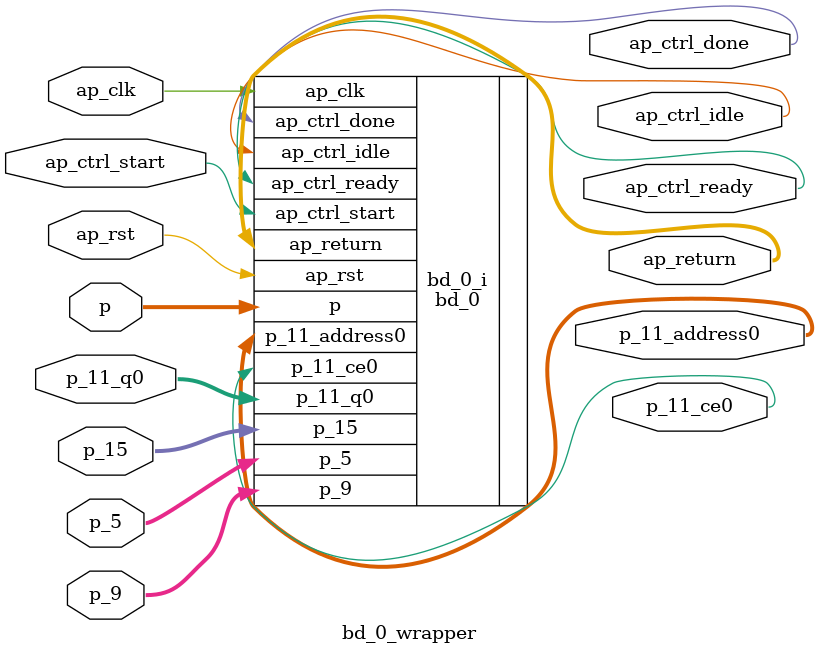
<source format=v>
`timescale 1 ps / 1 ps

module bd_0_wrapper
   (ap_clk,
    ap_ctrl_done,
    ap_ctrl_idle,
    ap_ctrl_ready,
    ap_ctrl_start,
    ap_return,
    ap_rst,
    p,
    p_11_address0,
    p_11_ce0,
    p_11_q0,
    p_15,
    p_5,
    p_9);
  input ap_clk;
  output ap_ctrl_done;
  output ap_ctrl_idle;
  output ap_ctrl_ready;
  input ap_ctrl_start;
  output [63:0]ap_return;
  input ap_rst;
  input [15:0]p;
  output [5:0]p_11_address0;
  output p_11_ce0;
  input [15:0]p_11_q0;
  input [63:0]p_15;
  input [7:0]p_5;
  input [7:0]p_9;

  wire ap_clk;
  wire ap_ctrl_done;
  wire ap_ctrl_idle;
  wire ap_ctrl_ready;
  wire ap_ctrl_start;
  wire [63:0]ap_return;
  wire ap_rst;
  wire [15:0]p;
  wire [5:0]p_11_address0;
  wire p_11_ce0;
  wire [15:0]p_11_q0;
  wire [63:0]p_15;
  wire [7:0]p_5;
  wire [7:0]p_9;

  bd_0 bd_0_i
       (.ap_clk(ap_clk),
        .ap_ctrl_done(ap_ctrl_done),
        .ap_ctrl_idle(ap_ctrl_idle),
        .ap_ctrl_ready(ap_ctrl_ready),
        .ap_ctrl_start(ap_ctrl_start),
        .ap_return(ap_return),
        .ap_rst(ap_rst),
        .p(p),
        .p_11_address0(p_11_address0),
        .p_11_ce0(p_11_ce0),
        .p_11_q0(p_11_q0),
        .p_15(p_15),
        .p_5(p_5),
        .p_9(p_9));
endmodule

</source>
